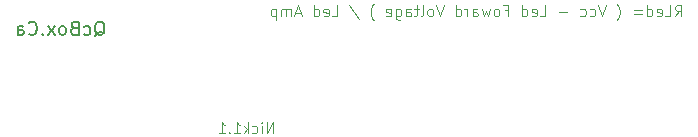
<source format=gbr>
%TF.GenerationSoftware,KiCad,Pcbnew,7.0.5*%
%TF.CreationDate,2023-09-06T09:40:42-04:00*%
%TF.ProjectId,NB1,4e42312e-6b69-4636-9164-5f7063625858,rev?*%
%TF.SameCoordinates,Original*%
%TF.FileFunction,Legend,Bot*%
%TF.FilePolarity,Positive*%
%FSLAX46Y46*%
G04 Gerber Fmt 4.6, Leading zero omitted, Abs format (unit mm)*
G04 Created by KiCad (PCBNEW 7.0.5) date 2023-09-06 09:40:42*
%MOMM*%
%LPD*%
G01*
G04 APERTURE LIST*
G04 Aperture macros list*
%AMFreePoly0*
4,1,17,0.324495,0.719901,0.719901,0.324495,0.738500,0.279594,0.738500,-0.279594,0.719901,-0.324495,0.324495,-0.719901,0.279594,-0.738500,-0.279594,-0.738500,-0.324495,-0.719901,-0.719901,-0.324495,-0.738500,-0.279594,-0.738500,0.279594,-0.719901,0.324495,-0.324495,0.719901,-0.279594,0.738500,0.279594,0.738500,0.324495,0.719901,0.324495,0.719901,$1*%
G04 Aperture macros list end*
%ADD10C,0.121920*%
%ADD11C,0.081280*%
%ADD12C,0.152400*%
%ADD13FreePoly0,0.000000*%
%ADD14C,1.327000*%
%ADD15O,3.127000X1.627000*%
G04 APERTURE END LIST*
D10*
X140175413Y-111215042D02*
X140175413Y-110320962D01*
X140175413Y-110320962D02*
X139664510Y-111215042D01*
X139664510Y-111215042D02*
X139664510Y-110320962D01*
X139238758Y-111215042D02*
X139238758Y-110618988D01*
X139238758Y-110320962D02*
X139281334Y-110363537D01*
X139281334Y-110363537D02*
X139238758Y-110406112D01*
X139238758Y-110406112D02*
X139196183Y-110363537D01*
X139196183Y-110363537D02*
X139238758Y-110320962D01*
X139238758Y-110320962D02*
X139238758Y-110406112D01*
X138429829Y-111172467D02*
X138514980Y-111215042D01*
X138514980Y-111215042D02*
X138685281Y-111215042D01*
X138685281Y-111215042D02*
X138770431Y-111172467D01*
X138770431Y-111172467D02*
X138813006Y-111129891D01*
X138813006Y-111129891D02*
X138855582Y-111044741D01*
X138855582Y-111044741D02*
X138855582Y-110789289D01*
X138855582Y-110789289D02*
X138813006Y-110704139D01*
X138813006Y-110704139D02*
X138770431Y-110661564D01*
X138770431Y-110661564D02*
X138685281Y-110618988D01*
X138685281Y-110618988D02*
X138514980Y-110618988D01*
X138514980Y-110618988D02*
X138429829Y-110661564D01*
X138046652Y-111215042D02*
X138046652Y-110320962D01*
X137961502Y-110874440D02*
X137706050Y-111215042D01*
X137706050Y-110618988D02*
X138046652Y-110959590D01*
X136854546Y-111215042D02*
X137365449Y-111215042D01*
X137109997Y-111215042D02*
X137109997Y-110320962D01*
X137109997Y-110320962D02*
X137195148Y-110448687D01*
X137195148Y-110448687D02*
X137280298Y-110533838D01*
X137280298Y-110533838D02*
X137365449Y-110576413D01*
X136471368Y-111129891D02*
X136428793Y-111172467D01*
X136428793Y-111172467D02*
X136471368Y-111215042D01*
X136471368Y-111215042D02*
X136513944Y-111172467D01*
X136513944Y-111172467D02*
X136471368Y-111129891D01*
X136471368Y-111129891D02*
X136471368Y-111215042D01*
X135577289Y-111215042D02*
X136088192Y-111215042D01*
X135832740Y-111215042D02*
X135832740Y-110320962D01*
X135832740Y-110320962D02*
X135917891Y-110448687D01*
X135917891Y-110448687D02*
X136003041Y-110533838D01*
X136003041Y-110533838D02*
X136088192Y-110576413D01*
D11*
X174233948Y-101328981D02*
X174545522Y-100883876D01*
X174768074Y-101328981D02*
X174768074Y-100394261D01*
X174768074Y-100394261D02*
X174411990Y-100394261D01*
X174411990Y-100394261D02*
X174322969Y-100438771D01*
X174322969Y-100438771D02*
X174278459Y-100483282D01*
X174278459Y-100483282D02*
X174233948Y-100572303D01*
X174233948Y-100572303D02*
X174233948Y-100705834D01*
X174233948Y-100705834D02*
X174278459Y-100794855D01*
X174278459Y-100794855D02*
X174322969Y-100839366D01*
X174322969Y-100839366D02*
X174411990Y-100883876D01*
X174411990Y-100883876D02*
X174768074Y-100883876D01*
X173388249Y-101328981D02*
X173833354Y-101328981D01*
X173833354Y-101328981D02*
X173833354Y-100394261D01*
X172720592Y-101284471D02*
X172809613Y-101328981D01*
X172809613Y-101328981D02*
X172987655Y-101328981D01*
X172987655Y-101328981D02*
X173076676Y-101284471D01*
X173076676Y-101284471D02*
X173121187Y-101195450D01*
X173121187Y-101195450D02*
X173121187Y-100839366D01*
X173121187Y-100839366D02*
X173076676Y-100750345D01*
X173076676Y-100750345D02*
X172987655Y-100705834D01*
X172987655Y-100705834D02*
X172809613Y-100705834D01*
X172809613Y-100705834D02*
X172720592Y-100750345D01*
X172720592Y-100750345D02*
X172676082Y-100839366D01*
X172676082Y-100839366D02*
X172676082Y-100928387D01*
X172676082Y-100928387D02*
X173121187Y-101017408D01*
X171874893Y-101328981D02*
X171874893Y-100394261D01*
X171874893Y-101284471D02*
X171963914Y-101328981D01*
X171963914Y-101328981D02*
X172141956Y-101328981D01*
X172141956Y-101328981D02*
X172230977Y-101284471D01*
X172230977Y-101284471D02*
X172275487Y-101239960D01*
X172275487Y-101239960D02*
X172319998Y-101150939D01*
X172319998Y-101150939D02*
X172319998Y-100883876D01*
X172319998Y-100883876D02*
X172275487Y-100794855D01*
X172275487Y-100794855D02*
X172230977Y-100750345D01*
X172230977Y-100750345D02*
X172141956Y-100705834D01*
X172141956Y-100705834D02*
X171963914Y-100705834D01*
X171963914Y-100705834D02*
X171874893Y-100750345D01*
X171429788Y-100839366D02*
X170717621Y-100839366D01*
X170717621Y-101106429D02*
X171429788Y-101106429D01*
X169293285Y-101685065D02*
X169337796Y-101640554D01*
X169337796Y-101640554D02*
X169426817Y-101507023D01*
X169426817Y-101507023D02*
X169471327Y-101418002D01*
X169471327Y-101418002D02*
X169515838Y-101284471D01*
X169515838Y-101284471D02*
X169560348Y-101061918D01*
X169560348Y-101061918D02*
X169560348Y-100883876D01*
X169560348Y-100883876D02*
X169515838Y-100661324D01*
X169515838Y-100661324D02*
X169471327Y-100527792D01*
X169471327Y-100527792D02*
X169426817Y-100438771D01*
X169426817Y-100438771D02*
X169337796Y-100305240D01*
X169337796Y-100305240D02*
X169293285Y-100260730D01*
X168358565Y-100394261D02*
X168046991Y-101328981D01*
X168046991Y-101328981D02*
X167735418Y-100394261D01*
X167023250Y-101284471D02*
X167112271Y-101328981D01*
X167112271Y-101328981D02*
X167290313Y-101328981D01*
X167290313Y-101328981D02*
X167379334Y-101284471D01*
X167379334Y-101284471D02*
X167423844Y-101239960D01*
X167423844Y-101239960D02*
X167468355Y-101150939D01*
X167468355Y-101150939D02*
X167468355Y-100883876D01*
X167468355Y-100883876D02*
X167423844Y-100794855D01*
X167423844Y-100794855D02*
X167379334Y-100750345D01*
X167379334Y-100750345D02*
X167290313Y-100705834D01*
X167290313Y-100705834D02*
X167112271Y-100705834D01*
X167112271Y-100705834D02*
X167023250Y-100750345D01*
X166222061Y-101284471D02*
X166311082Y-101328981D01*
X166311082Y-101328981D02*
X166489124Y-101328981D01*
X166489124Y-101328981D02*
X166578145Y-101284471D01*
X166578145Y-101284471D02*
X166622655Y-101239960D01*
X166622655Y-101239960D02*
X166667166Y-101150939D01*
X166667166Y-101150939D02*
X166667166Y-100883876D01*
X166667166Y-100883876D02*
X166622655Y-100794855D01*
X166622655Y-100794855D02*
X166578145Y-100750345D01*
X166578145Y-100750345D02*
X166489124Y-100705834D01*
X166489124Y-100705834D02*
X166311082Y-100705834D01*
X166311082Y-100705834D02*
X166222061Y-100750345D01*
X165109298Y-100972897D02*
X164397131Y-100972897D01*
X162794753Y-101328981D02*
X163239858Y-101328981D01*
X163239858Y-101328981D02*
X163239858Y-100394261D01*
X162127096Y-101284471D02*
X162216117Y-101328981D01*
X162216117Y-101328981D02*
X162394159Y-101328981D01*
X162394159Y-101328981D02*
X162483180Y-101284471D01*
X162483180Y-101284471D02*
X162527691Y-101195450D01*
X162527691Y-101195450D02*
X162527691Y-100839366D01*
X162527691Y-100839366D02*
X162483180Y-100750345D01*
X162483180Y-100750345D02*
X162394159Y-100705834D01*
X162394159Y-100705834D02*
X162216117Y-100705834D01*
X162216117Y-100705834D02*
X162127096Y-100750345D01*
X162127096Y-100750345D02*
X162082586Y-100839366D01*
X162082586Y-100839366D02*
X162082586Y-100928387D01*
X162082586Y-100928387D02*
X162527691Y-101017408D01*
X161281397Y-101328981D02*
X161281397Y-100394261D01*
X161281397Y-101284471D02*
X161370418Y-101328981D01*
X161370418Y-101328981D02*
X161548460Y-101328981D01*
X161548460Y-101328981D02*
X161637481Y-101284471D01*
X161637481Y-101284471D02*
X161681991Y-101239960D01*
X161681991Y-101239960D02*
X161726502Y-101150939D01*
X161726502Y-101150939D02*
X161726502Y-100883876D01*
X161726502Y-100883876D02*
X161681991Y-100794855D01*
X161681991Y-100794855D02*
X161637481Y-100750345D01*
X161637481Y-100750345D02*
X161548460Y-100705834D01*
X161548460Y-100705834D02*
X161370418Y-100705834D01*
X161370418Y-100705834D02*
X161281397Y-100750345D01*
X159812551Y-100839366D02*
X160124124Y-100839366D01*
X160124124Y-101328981D02*
X160124124Y-100394261D01*
X160124124Y-100394261D02*
X159679019Y-100394261D01*
X159189404Y-101328981D02*
X159278425Y-101284471D01*
X159278425Y-101284471D02*
X159322935Y-101239960D01*
X159322935Y-101239960D02*
X159367446Y-101150939D01*
X159367446Y-101150939D02*
X159367446Y-100883876D01*
X159367446Y-100883876D02*
X159322935Y-100794855D01*
X159322935Y-100794855D02*
X159278425Y-100750345D01*
X159278425Y-100750345D02*
X159189404Y-100705834D01*
X159189404Y-100705834D02*
X159055872Y-100705834D01*
X159055872Y-100705834D02*
X158966851Y-100750345D01*
X158966851Y-100750345D02*
X158922341Y-100794855D01*
X158922341Y-100794855D02*
X158877830Y-100883876D01*
X158877830Y-100883876D02*
X158877830Y-101150939D01*
X158877830Y-101150939D02*
X158922341Y-101239960D01*
X158922341Y-101239960D02*
X158966851Y-101284471D01*
X158966851Y-101284471D02*
X159055872Y-101328981D01*
X159055872Y-101328981D02*
X159189404Y-101328981D01*
X158566257Y-100705834D02*
X158388215Y-101328981D01*
X158388215Y-101328981D02*
X158210173Y-100883876D01*
X158210173Y-100883876D02*
X158032131Y-101328981D01*
X158032131Y-101328981D02*
X157854089Y-100705834D01*
X157097412Y-101328981D02*
X157097412Y-100839366D01*
X157097412Y-100839366D02*
X157141922Y-100750345D01*
X157141922Y-100750345D02*
X157230943Y-100705834D01*
X157230943Y-100705834D02*
X157408985Y-100705834D01*
X157408985Y-100705834D02*
X157498006Y-100750345D01*
X157097412Y-101284471D02*
X157186433Y-101328981D01*
X157186433Y-101328981D02*
X157408985Y-101328981D01*
X157408985Y-101328981D02*
X157498006Y-101284471D01*
X157498006Y-101284471D02*
X157542517Y-101195450D01*
X157542517Y-101195450D02*
X157542517Y-101106429D01*
X157542517Y-101106429D02*
X157498006Y-101017408D01*
X157498006Y-101017408D02*
X157408985Y-100972897D01*
X157408985Y-100972897D02*
X157186433Y-100972897D01*
X157186433Y-100972897D02*
X157097412Y-100928387D01*
X156652307Y-101328981D02*
X156652307Y-100705834D01*
X156652307Y-100883876D02*
X156607797Y-100794855D01*
X156607797Y-100794855D02*
X156563286Y-100750345D01*
X156563286Y-100750345D02*
X156474265Y-100705834D01*
X156474265Y-100705834D02*
X156385244Y-100705834D01*
X155673077Y-101328981D02*
X155673077Y-100394261D01*
X155673077Y-101284471D02*
X155762098Y-101328981D01*
X155762098Y-101328981D02*
X155940140Y-101328981D01*
X155940140Y-101328981D02*
X156029161Y-101284471D01*
X156029161Y-101284471D02*
X156073671Y-101239960D01*
X156073671Y-101239960D02*
X156118182Y-101150939D01*
X156118182Y-101150939D02*
X156118182Y-100883876D01*
X156118182Y-100883876D02*
X156073671Y-100794855D01*
X156073671Y-100794855D02*
X156029161Y-100750345D01*
X156029161Y-100750345D02*
X155940140Y-100705834D01*
X155940140Y-100705834D02*
X155762098Y-100705834D01*
X155762098Y-100705834D02*
X155673077Y-100750345D01*
X154649336Y-100394261D02*
X154337762Y-101328981D01*
X154337762Y-101328981D02*
X154026189Y-100394261D01*
X153581084Y-101328981D02*
X153670105Y-101284471D01*
X153670105Y-101284471D02*
X153714615Y-101239960D01*
X153714615Y-101239960D02*
X153759126Y-101150939D01*
X153759126Y-101150939D02*
X153759126Y-100883876D01*
X153759126Y-100883876D02*
X153714615Y-100794855D01*
X153714615Y-100794855D02*
X153670105Y-100750345D01*
X153670105Y-100750345D02*
X153581084Y-100705834D01*
X153581084Y-100705834D02*
X153447552Y-100705834D01*
X153447552Y-100705834D02*
X153358531Y-100750345D01*
X153358531Y-100750345D02*
X153314021Y-100794855D01*
X153314021Y-100794855D02*
X153269510Y-100883876D01*
X153269510Y-100883876D02*
X153269510Y-101150939D01*
X153269510Y-101150939D02*
X153314021Y-101239960D01*
X153314021Y-101239960D02*
X153358531Y-101284471D01*
X153358531Y-101284471D02*
X153447552Y-101328981D01*
X153447552Y-101328981D02*
X153581084Y-101328981D01*
X152735385Y-101328981D02*
X152824406Y-101284471D01*
X152824406Y-101284471D02*
X152868916Y-101195450D01*
X152868916Y-101195450D02*
X152868916Y-100394261D01*
X152512833Y-100705834D02*
X152156749Y-100705834D01*
X152379301Y-100394261D02*
X152379301Y-101195450D01*
X152379301Y-101195450D02*
X152334791Y-101284471D01*
X152334791Y-101284471D02*
X152245770Y-101328981D01*
X152245770Y-101328981D02*
X152156749Y-101328981D01*
X151444581Y-101328981D02*
X151444581Y-100839366D01*
X151444581Y-100839366D02*
X151489091Y-100750345D01*
X151489091Y-100750345D02*
X151578112Y-100705834D01*
X151578112Y-100705834D02*
X151756154Y-100705834D01*
X151756154Y-100705834D02*
X151845175Y-100750345D01*
X151444581Y-101284471D02*
X151533602Y-101328981D01*
X151533602Y-101328981D02*
X151756154Y-101328981D01*
X151756154Y-101328981D02*
X151845175Y-101284471D01*
X151845175Y-101284471D02*
X151889686Y-101195450D01*
X151889686Y-101195450D02*
X151889686Y-101106429D01*
X151889686Y-101106429D02*
X151845175Y-101017408D01*
X151845175Y-101017408D02*
X151756154Y-100972897D01*
X151756154Y-100972897D02*
X151533602Y-100972897D01*
X151533602Y-100972897D02*
X151444581Y-100928387D01*
X150598882Y-100705834D02*
X150598882Y-101462512D01*
X150598882Y-101462512D02*
X150643392Y-101551533D01*
X150643392Y-101551533D02*
X150687903Y-101596044D01*
X150687903Y-101596044D02*
X150776924Y-101640554D01*
X150776924Y-101640554D02*
X150910455Y-101640554D01*
X150910455Y-101640554D02*
X150999476Y-101596044D01*
X150598882Y-101284471D02*
X150687903Y-101328981D01*
X150687903Y-101328981D02*
X150865945Y-101328981D01*
X150865945Y-101328981D02*
X150954966Y-101284471D01*
X150954966Y-101284471D02*
X150999476Y-101239960D01*
X150999476Y-101239960D02*
X151043987Y-101150939D01*
X151043987Y-101150939D02*
X151043987Y-100883876D01*
X151043987Y-100883876D02*
X150999476Y-100794855D01*
X150999476Y-100794855D02*
X150954966Y-100750345D01*
X150954966Y-100750345D02*
X150865945Y-100705834D01*
X150865945Y-100705834D02*
X150687903Y-100705834D01*
X150687903Y-100705834D02*
X150598882Y-100750345D01*
X149797693Y-101284471D02*
X149886714Y-101328981D01*
X149886714Y-101328981D02*
X150064756Y-101328981D01*
X150064756Y-101328981D02*
X150153777Y-101284471D01*
X150153777Y-101284471D02*
X150198288Y-101195450D01*
X150198288Y-101195450D02*
X150198288Y-100839366D01*
X150198288Y-100839366D02*
X150153777Y-100750345D01*
X150153777Y-100750345D02*
X150064756Y-100705834D01*
X150064756Y-100705834D02*
X149886714Y-100705834D01*
X149886714Y-100705834D02*
X149797693Y-100750345D01*
X149797693Y-100750345D02*
X149753183Y-100839366D01*
X149753183Y-100839366D02*
X149753183Y-100928387D01*
X149753183Y-100928387D02*
X150198288Y-101017408D01*
X148729441Y-101685065D02*
X148684931Y-101640554D01*
X148684931Y-101640554D02*
X148595910Y-101507023D01*
X148595910Y-101507023D02*
X148551399Y-101418002D01*
X148551399Y-101418002D02*
X148506889Y-101284471D01*
X148506889Y-101284471D02*
X148462378Y-101061918D01*
X148462378Y-101061918D02*
X148462378Y-100883876D01*
X148462378Y-100883876D02*
X148506889Y-100661324D01*
X148506889Y-100661324D02*
X148551399Y-100527792D01*
X148551399Y-100527792D02*
X148595910Y-100438771D01*
X148595910Y-100438771D02*
X148684931Y-100305240D01*
X148684931Y-100305240D02*
X148729441Y-100260730D01*
X146637448Y-100349751D02*
X147438637Y-101551533D01*
X145168602Y-101328981D02*
X145613707Y-101328981D01*
X145613707Y-101328981D02*
X145613707Y-100394261D01*
X144500945Y-101284471D02*
X144589966Y-101328981D01*
X144589966Y-101328981D02*
X144768008Y-101328981D01*
X144768008Y-101328981D02*
X144857029Y-101284471D01*
X144857029Y-101284471D02*
X144901540Y-101195450D01*
X144901540Y-101195450D02*
X144901540Y-100839366D01*
X144901540Y-100839366D02*
X144857029Y-100750345D01*
X144857029Y-100750345D02*
X144768008Y-100705834D01*
X144768008Y-100705834D02*
X144589966Y-100705834D01*
X144589966Y-100705834D02*
X144500945Y-100750345D01*
X144500945Y-100750345D02*
X144456435Y-100839366D01*
X144456435Y-100839366D02*
X144456435Y-100928387D01*
X144456435Y-100928387D02*
X144901540Y-101017408D01*
X143655246Y-101328981D02*
X143655246Y-100394261D01*
X143655246Y-101284471D02*
X143744267Y-101328981D01*
X143744267Y-101328981D02*
X143922309Y-101328981D01*
X143922309Y-101328981D02*
X144011330Y-101284471D01*
X144011330Y-101284471D02*
X144055840Y-101239960D01*
X144055840Y-101239960D02*
X144100351Y-101150939D01*
X144100351Y-101150939D02*
X144100351Y-100883876D01*
X144100351Y-100883876D02*
X144055840Y-100794855D01*
X144055840Y-100794855D02*
X144011330Y-100750345D01*
X144011330Y-100750345D02*
X143922309Y-100705834D01*
X143922309Y-100705834D02*
X143744267Y-100705834D01*
X143744267Y-100705834D02*
X143655246Y-100750345D01*
X142542484Y-101061918D02*
X142097379Y-101061918D01*
X142631505Y-101328981D02*
X142319931Y-100394261D01*
X142319931Y-100394261D02*
X142008358Y-101328981D01*
X141696784Y-101328981D02*
X141696784Y-100705834D01*
X141696784Y-100794855D02*
X141652274Y-100750345D01*
X141652274Y-100750345D02*
X141563253Y-100705834D01*
X141563253Y-100705834D02*
X141429721Y-100705834D01*
X141429721Y-100705834D02*
X141340700Y-100750345D01*
X141340700Y-100750345D02*
X141296190Y-100839366D01*
X141296190Y-100839366D02*
X141296190Y-101328981D01*
X141296190Y-100839366D02*
X141251679Y-100750345D01*
X141251679Y-100750345D02*
X141162658Y-100705834D01*
X141162658Y-100705834D02*
X141029127Y-100705834D01*
X141029127Y-100705834D02*
X140940106Y-100750345D01*
X140940106Y-100750345D02*
X140895596Y-100839366D01*
X140895596Y-100839366D02*
X140895596Y-101328981D01*
X140450491Y-100705834D02*
X140450491Y-101640554D01*
X140450491Y-100750345D02*
X140361470Y-100705834D01*
X140361470Y-100705834D02*
X140183428Y-100705834D01*
X140183428Y-100705834D02*
X140094407Y-100750345D01*
X140094407Y-100750345D02*
X140049897Y-100794855D01*
X140049897Y-100794855D02*
X140005386Y-100883876D01*
X140005386Y-100883876D02*
X140005386Y-101150939D01*
X140005386Y-101150939D02*
X140049897Y-101239960D01*
X140049897Y-101239960D02*
X140094407Y-101284471D01*
X140094407Y-101284471D02*
X140183428Y-101328981D01*
X140183428Y-101328981D02*
X140361470Y-101328981D01*
X140361470Y-101328981D02*
X140450491Y-101284471D01*
D12*
X125107675Y-103012140D02*
X125214113Y-102958921D01*
X125214113Y-102958921D02*
X125320551Y-102852483D01*
X125320551Y-102852483D02*
X125480208Y-102692825D01*
X125480208Y-102692825D02*
X125586646Y-102639606D01*
X125586646Y-102639606D02*
X125693084Y-102639606D01*
X125639865Y-102905702D02*
X125746303Y-102852483D01*
X125746303Y-102852483D02*
X125852741Y-102746044D01*
X125852741Y-102746044D02*
X125905960Y-102533168D01*
X125905960Y-102533168D02*
X125905960Y-102160635D01*
X125905960Y-102160635D02*
X125852741Y-101947759D01*
X125852741Y-101947759D02*
X125746303Y-101841321D01*
X125746303Y-101841321D02*
X125639865Y-101788102D01*
X125639865Y-101788102D02*
X125426989Y-101788102D01*
X125426989Y-101788102D02*
X125320551Y-101841321D01*
X125320551Y-101841321D02*
X125214113Y-101947759D01*
X125214113Y-101947759D02*
X125160894Y-102160635D01*
X125160894Y-102160635D02*
X125160894Y-102533168D01*
X125160894Y-102533168D02*
X125214113Y-102746044D01*
X125214113Y-102746044D02*
X125320551Y-102852483D01*
X125320551Y-102852483D02*
X125426989Y-102905702D01*
X125426989Y-102905702D02*
X125639865Y-102905702D01*
X124202951Y-102852483D02*
X124309389Y-102905702D01*
X124309389Y-102905702D02*
X124522265Y-102905702D01*
X124522265Y-102905702D02*
X124628703Y-102852483D01*
X124628703Y-102852483D02*
X124681922Y-102799263D01*
X124681922Y-102799263D02*
X124735141Y-102692825D01*
X124735141Y-102692825D02*
X124735141Y-102373511D01*
X124735141Y-102373511D02*
X124681922Y-102267073D01*
X124681922Y-102267073D02*
X124628703Y-102213854D01*
X124628703Y-102213854D02*
X124522265Y-102160635D01*
X124522265Y-102160635D02*
X124309389Y-102160635D01*
X124309389Y-102160635D02*
X124202951Y-102213854D01*
X123351446Y-102320292D02*
X123191789Y-102373511D01*
X123191789Y-102373511D02*
X123138570Y-102426730D01*
X123138570Y-102426730D02*
X123085351Y-102533168D01*
X123085351Y-102533168D02*
X123085351Y-102692825D01*
X123085351Y-102692825D02*
X123138570Y-102799263D01*
X123138570Y-102799263D02*
X123191789Y-102852483D01*
X123191789Y-102852483D02*
X123298227Y-102905702D01*
X123298227Y-102905702D02*
X123723979Y-102905702D01*
X123723979Y-102905702D02*
X123723979Y-101788102D01*
X123723979Y-101788102D02*
X123351446Y-101788102D01*
X123351446Y-101788102D02*
X123245008Y-101841321D01*
X123245008Y-101841321D02*
X123191789Y-101894540D01*
X123191789Y-101894540D02*
X123138570Y-102000978D01*
X123138570Y-102000978D02*
X123138570Y-102107416D01*
X123138570Y-102107416D02*
X123191789Y-102213854D01*
X123191789Y-102213854D02*
X123245008Y-102267073D01*
X123245008Y-102267073D02*
X123351446Y-102320292D01*
X123351446Y-102320292D02*
X123723979Y-102320292D01*
X122446722Y-102905702D02*
X122553160Y-102852483D01*
X122553160Y-102852483D02*
X122606379Y-102799263D01*
X122606379Y-102799263D02*
X122659598Y-102692825D01*
X122659598Y-102692825D02*
X122659598Y-102373511D01*
X122659598Y-102373511D02*
X122606379Y-102267073D01*
X122606379Y-102267073D02*
X122553160Y-102213854D01*
X122553160Y-102213854D02*
X122446722Y-102160635D01*
X122446722Y-102160635D02*
X122287065Y-102160635D01*
X122287065Y-102160635D02*
X122180627Y-102213854D01*
X122180627Y-102213854D02*
X122127408Y-102267073D01*
X122127408Y-102267073D02*
X122074189Y-102373511D01*
X122074189Y-102373511D02*
X122074189Y-102692825D01*
X122074189Y-102692825D02*
X122127408Y-102799263D01*
X122127408Y-102799263D02*
X122180627Y-102852483D01*
X122180627Y-102852483D02*
X122287065Y-102905702D01*
X122287065Y-102905702D02*
X122446722Y-102905702D01*
X121701655Y-102905702D02*
X121116246Y-102160635D01*
X121701655Y-102160635D02*
X121116246Y-102905702D01*
X120690493Y-102799263D02*
X120637274Y-102852483D01*
X120637274Y-102852483D02*
X120690493Y-102905702D01*
X120690493Y-102905702D02*
X120743712Y-102852483D01*
X120743712Y-102852483D02*
X120690493Y-102799263D01*
X120690493Y-102799263D02*
X120690493Y-102905702D01*
X119519675Y-102799263D02*
X119572894Y-102852483D01*
X119572894Y-102852483D02*
X119732551Y-102905702D01*
X119732551Y-102905702D02*
X119838989Y-102905702D01*
X119838989Y-102905702D02*
X119998646Y-102852483D01*
X119998646Y-102852483D02*
X120105084Y-102746044D01*
X120105084Y-102746044D02*
X120158303Y-102639606D01*
X120158303Y-102639606D02*
X120211522Y-102426730D01*
X120211522Y-102426730D02*
X120211522Y-102267073D01*
X120211522Y-102267073D02*
X120158303Y-102054197D01*
X120158303Y-102054197D02*
X120105084Y-101947759D01*
X120105084Y-101947759D02*
X119998646Y-101841321D01*
X119998646Y-101841321D02*
X119838989Y-101788102D01*
X119838989Y-101788102D02*
X119732551Y-101788102D01*
X119732551Y-101788102D02*
X119572894Y-101841321D01*
X119572894Y-101841321D02*
X119519675Y-101894540D01*
X118561732Y-102905702D02*
X118561732Y-102320292D01*
X118561732Y-102320292D02*
X118614951Y-102213854D01*
X118614951Y-102213854D02*
X118721389Y-102160635D01*
X118721389Y-102160635D02*
X118934265Y-102160635D01*
X118934265Y-102160635D02*
X119040703Y-102213854D01*
X118561732Y-102852483D02*
X118668170Y-102905702D01*
X118668170Y-102905702D02*
X118934265Y-102905702D01*
X118934265Y-102905702D02*
X119040703Y-102852483D01*
X119040703Y-102852483D02*
X119093922Y-102746044D01*
X119093922Y-102746044D02*
X119093922Y-102639606D01*
X119093922Y-102639606D02*
X119040703Y-102533168D01*
X119040703Y-102533168D02*
X118934265Y-102479949D01*
X118934265Y-102479949D02*
X118668170Y-102479949D01*
X118668170Y-102479949D02*
X118561732Y-102426730D01*
%LPC*%
D13*
%TO.C,U$3*%
X137452100Y-98653600D03*
X139992100Y-98653600D03*
X142532100Y-98653600D03*
X145072100Y-98653600D03*
%TD*%
%TO.C,U$4*%
X153962100Y-98653600D03*
X156502100Y-98653600D03*
X159042100Y-98653600D03*
X161582100Y-98653600D03*
%TD*%
D14*
%TO.C,U$12*%
X173520100Y-104241600D03*
X176060100Y-104241600D03*
%TD*%
D13*
%TO.C,U$2*%
X120942100Y-98653600D03*
X123482100Y-98653600D03*
X126022100Y-98653600D03*
X128562100Y-98653600D03*
%TD*%
%TO.C,U$5*%
X171488100Y-98653600D03*
X174028100Y-98653600D03*
X176568100Y-98653600D03*
%TD*%
%TO.C,U$7*%
X129324100Y-105130600D03*
X131864100Y-105130600D03*
X134404100Y-105130600D03*
X136944100Y-105130600D03*
X139484100Y-105130600D03*
X142024100Y-105130600D03*
%TD*%
%TO.C,U$8*%
X157010100Y-107543600D03*
X159550100Y-107543600D03*
X162090100Y-107543600D03*
%TD*%
D15*
%TO.C,U$10*%
X142850100Y-113131600D03*
X150850100Y-113131600D03*
%TD*%
%TO.C,U$11*%
X142850100Y-109829600D03*
X150850100Y-109829600D03*
%TD*%
D13*
%TO.C,U$9*%
X157010100Y-110591600D03*
X159550100Y-110591600D03*
X162090100Y-110591600D03*
%TD*%
D15*
%TO.C,U$13*%
X154406100Y-102463600D03*
X146406100Y-102463600D03*
%TD*%
D13*
%TO.C,U$6*%
X171488100Y-110845600D03*
X174028100Y-110845600D03*
X176568100Y-110845600D03*
%TD*%
D15*
%TO.C,U$1*%
X160122100Y-102971600D03*
X168122100Y-102971600D03*
%TD*%
%LPD*%
M02*

</source>
